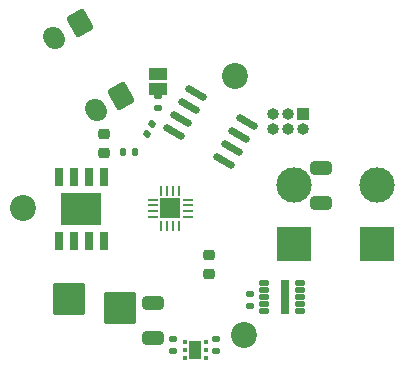
<source format=gbr>
%TF.GenerationSoftware,KiCad,Pcbnew,8.0.2*%
%TF.CreationDate,2024-10-23T20:02:11+03:00*%
%TF.ProjectId,PowerServo AE 36V 3.6A 30D,506f7765-7253-4657-9276-6f2041452033,rev?*%
%TF.SameCoordinates,Original*%
%TF.FileFunction,Soldermask,Bot*%
%TF.FilePolarity,Negative*%
%FSLAX46Y46*%
G04 Gerber Fmt 4.6, Leading zero omitted, Abs format (unit mm)*
G04 Created by KiCad (PCBNEW 8.0.2) date 2024-10-23 20:02:11*
%MOMM*%
%LPD*%
G01*
G04 APERTURE LIST*
G04 Aperture macros list*
%AMRoundRect*
0 Rectangle with rounded corners*
0 $1 Rounding radius*
0 $2 $3 $4 $5 $6 $7 $8 $9 X,Y pos of 4 corners*
0 Add a 4 corners polygon primitive as box body*
4,1,4,$2,$3,$4,$5,$6,$7,$8,$9,$2,$3,0*
0 Add four circle primitives for the rounded corners*
1,1,$1+$1,$2,$3*
1,1,$1+$1,$4,$5*
1,1,$1+$1,$6,$7*
1,1,$1+$1,$8,$9*
0 Add four rect primitives between the rounded corners*
20,1,$1+$1,$2,$3,$4,$5,0*
20,1,$1+$1,$4,$5,$6,$7,0*
20,1,$1+$1,$6,$7,$8,$9,0*
20,1,$1+$1,$8,$9,$2,$3,0*%
%AMHorizOval*
0 Thick line with rounded ends*
0 $1 width*
0 $2 $3 position (X,Y) of the first rounded end (center of the circle)*
0 $4 $5 position (X,Y) of the second rounded end (center of the circle)*
0 Add line between two ends*
20,1,$1,$2,$3,$4,$5,0*
0 Add two circle primitives to create the rounded ends*
1,1,$1,$2,$3*
1,1,$1,$4,$5*%
G04 Aperture macros list end*
%ADD10RoundRect,0.250000X-1.125000X-1.125000X1.125000X-1.125000X1.125000X1.125000X-1.125000X1.125000X0*%
%ADD11C,2.200000*%
%ADD12R,3.000000X3.000000*%
%ADD13C,3.000000*%
%ADD14RoundRect,0.250000X0.144615X0.949519X-0.894615X0.349519X-0.144615X-0.949519X0.894615X-0.349519X0*%
%ADD15HorizOval,1.700000X-0.075000X0.129904X0.075000X-0.129904X0*%
%ADD16R,1.000000X1.000000*%
%ADD17O,1.000000X1.000000*%
%ADD18RoundRect,0.140000X-0.140000X-0.170000X0.140000X-0.170000X0.140000X0.170000X-0.140000X0.170000X0*%
%ADD19RoundRect,0.250000X0.650000X-0.325000X0.650000X0.325000X-0.650000X0.325000X-0.650000X-0.325000X0*%
%ADD20RoundRect,0.250000X-0.650000X0.325000X-0.650000X-0.325000X0.650000X-0.325000X0.650000X0.325000X0*%
%ADD21RoundRect,0.140000X0.170000X-0.140000X0.170000X0.140000X-0.170000X0.140000X-0.170000X-0.140000X0*%
%ADD22RoundRect,0.225000X-0.250000X0.225000X-0.250000X-0.225000X0.250000X-0.225000X0.250000X0.225000X0*%
%ADD23RoundRect,0.093750X-0.093750X-0.106250X0.093750X-0.106250X0.093750X0.106250X-0.093750X0.106250X0*%
%ADD24R,1.000000X1.600000*%
%ADD25R,0.650000X1.525000*%
%ADD26R,3.400000X2.710000*%
%ADD27RoundRect,0.140000X0.077224X-0.206244X0.217224X0.036244X-0.077224X0.206244X-0.217224X-0.036244X0*%
%ADD28RoundRect,0.140000X-0.170000X0.140000X-0.170000X-0.140000X0.170000X-0.140000X0.170000X0.140000X0*%
%ADD29R,1.500000X1.000000*%
%ADD30RoundRect,0.150000X0.789471X-0.282596X-0.639471X0.542404X-0.789471X0.282596X0.639471X-0.542404X0*%
%ADD31RoundRect,0.062500X0.325000X0.062500X-0.325000X0.062500X-0.325000X-0.062500X0.325000X-0.062500X0*%
%ADD32RoundRect,0.062500X0.062500X0.325000X-0.062500X0.325000X-0.062500X-0.325000X0.062500X-0.325000X0*%
%ADD33R,1.750000X1.750000*%
%ADD34RoundRect,0.112500X0.287500X0.112500X-0.287500X0.112500X-0.287500X-0.112500X0.287500X-0.112500X0*%
%ADD35R,0.700000X2.900000*%
G04 APERTURE END LIST*
D10*
%TO.C,J2*%
X89250000Y-81150000D03*
%TD*%
D11*
%TO.C,REF\u002A\u002A*%
X99750000Y-83500000D03*
%TD*%
D12*
%TO.C,J5*%
X110999999Y-75750000D03*
D13*
X110999999Y-70750000D03*
%TD*%
D14*
%TO.C,J6*%
X85832923Y-57063277D03*
D15*
X83667860Y-58313278D03*
%TD*%
D11*
%TO.C,REF\u002A\u002A*%
X81000000Y-72750000D03*
%TD*%
D10*
%TO.C,J7*%
X84950000Y-80450000D03*
%TD*%
D14*
%TO.C,J1*%
X89354915Y-63188669D03*
D15*
X87189852Y-64438670D03*
%TD*%
D12*
%TO.C,J4*%
X104000000Y-75750000D03*
D13*
X104000000Y-70750000D03*
%TD*%
D11*
%TO.C,REF\u002A\u002A*%
X99000000Y-61500000D03*
%TD*%
D16*
%TO.C,J3*%
X104750000Y-64729999D03*
D17*
X104750000Y-66000000D03*
X103479999Y-64729999D03*
X103480002Y-65999998D03*
X102209996Y-64729996D03*
X102210000Y-66000000D03*
%TD*%
D18*
%TO.C,C10*%
X89520000Y-68000000D03*
X90480000Y-68000000D03*
%TD*%
D19*
%TO.C,C7*%
X92000000Y-83724999D03*
X92000000Y-80775001D03*
%TD*%
D20*
%TO.C,C2*%
X106250000Y-69300000D03*
X106250000Y-72250000D03*
%TD*%
D21*
%TO.C,C6*%
X93750000Y-84780002D03*
X93750000Y-83820002D03*
%TD*%
D22*
%TO.C,C11*%
X87900000Y-66474999D03*
X87900000Y-68025001D03*
%TD*%
D23*
%TO.C,U2*%
X94725000Y-85400001D03*
X94725000Y-84750002D03*
X94725000Y-84100001D03*
X96500000Y-84100001D03*
X96500000Y-84750000D03*
X96500000Y-85400001D03*
D24*
X95612500Y-84750001D03*
%TD*%
D25*
%TO.C,IC1*%
X84064998Y-70050998D03*
X85334999Y-70050999D03*
X86604999Y-70050999D03*
X87874998Y-70050998D03*
X87875000Y-75475000D03*
X86604999Y-75474999D03*
X85334999Y-75474999D03*
X84065000Y-75475000D03*
D26*
X85969999Y-72762999D03*
%TD*%
D27*
%TO.C,C9*%
X91510000Y-66415692D03*
X91990000Y-65584308D03*
%TD*%
D28*
%TO.C,C1*%
X100250000Y-80020000D03*
X100250000Y-80980000D03*
%TD*%
D29*
%TO.C,JP1*%
X92500000Y-62650000D03*
X92500000Y-61350000D03*
%TD*%
D30*
%TO.C,U5*%
X99975003Y-65420443D03*
X99340003Y-66520295D03*
X98705003Y-67620147D03*
X98070000Y-68720000D03*
X93783177Y-66244999D03*
X94418177Y-65145147D03*
X95053177Y-64045295D03*
X95688180Y-62945442D03*
%TD*%
D31*
%TO.C,U4*%
X94962500Y-72000000D03*
X94962500Y-72500000D03*
X94962500Y-73000000D03*
X94962500Y-73500000D03*
D32*
X94250000Y-74212500D03*
X93750000Y-74212500D03*
X93250000Y-74212500D03*
X92750000Y-74212500D03*
D31*
X92037500Y-73500000D03*
X92037500Y-73000000D03*
X92037500Y-72500000D03*
X92037500Y-72000000D03*
D32*
X92750000Y-71287500D03*
X93250000Y-71287500D03*
X93750000Y-71287500D03*
X94250000Y-71287500D03*
D33*
X93500000Y-72750000D03*
%TD*%
D22*
%TO.C,C8*%
X96750000Y-76724999D03*
X96750000Y-78275001D03*
%TD*%
D28*
%TO.C,R2*%
X92500000Y-63270000D03*
X92500000Y-64230000D03*
%TD*%
D34*
%TO.C,U1*%
X104525000Y-79050000D03*
X104525001Y-79650000D03*
X104525000Y-80250000D03*
X104525000Y-80850002D03*
X104525000Y-81450000D03*
X101475000Y-81450000D03*
X101474999Y-80850000D03*
X101475000Y-80250000D03*
X101475000Y-79649998D03*
X101475000Y-79050000D03*
D35*
X103175003Y-80250000D03*
%TD*%
D28*
%TO.C,C5*%
X97407499Y-83820003D03*
X97407499Y-84780003D03*
%TD*%
M02*

</source>
